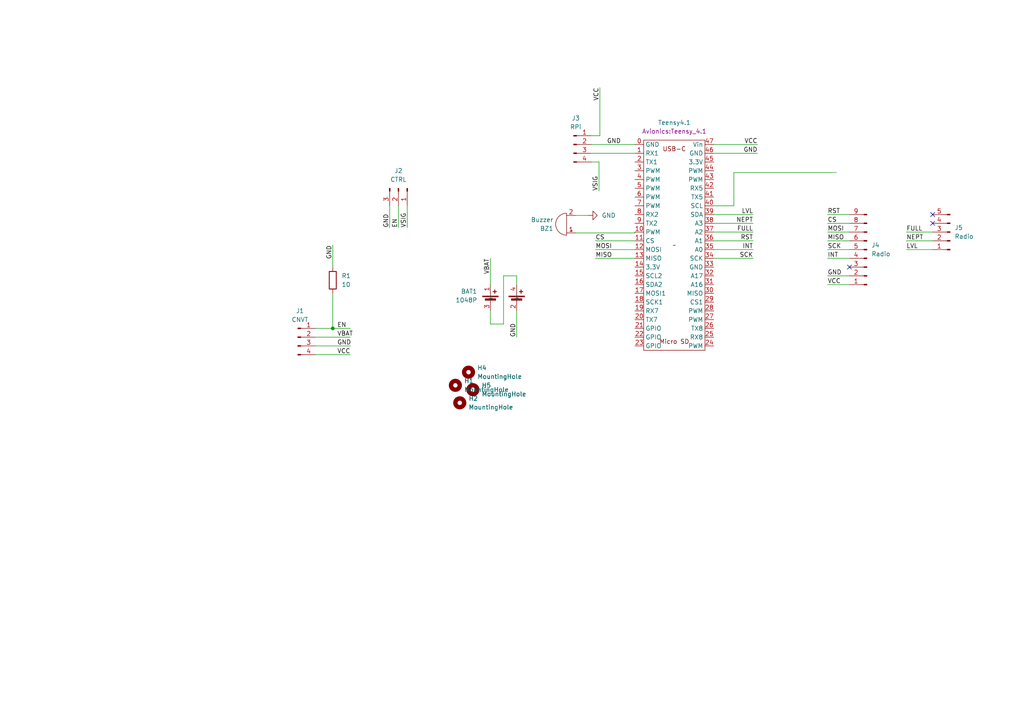
<source format=kicad_sch>
(kicad_sch (version 20230121) (generator eeschema)
  (paper "A4")
  (lib_symbols
    (symbol "Avionics:1048P"
      (property "Reference" "BAT" (at 0 0 0))
      (property "Value" "1048P" (at 0 3.81 0))
      (symbol "1048P_0_1"
        (rectangle (start -6.096 0.508) (end -1.524 0.254) (fill (type outline)))
        (rectangle (start -5.334 -0.254) (end -2.286 -0.762) (fill (type outline)))
        (polyline (pts (xy -3.81 -0.508) (xy -3.81 -1.27)))
        (polyline (pts (xy -3.81 0.508) (xy -3.81 1.27)))
        (polyline (pts (xy -3.048 1.778) (xy -2.032 1.778)) (stroke (width 0.254)))
        (polyline (pts (xy -2.54 2.286) (xy -2.54 1.27)) (stroke (width 0.254)))
        (polyline (pts (xy 3.81 -0.508) (xy 3.81 -1.27)))
        (polyline (pts (xy 3.81 0.508) (xy 3.81 1.27)))
        (polyline (pts (xy 4.572 1.778) (xy 5.588 1.778)) (stroke (width 0.254)))
        (polyline (pts (xy 5.08 2.286) (xy 5.08 1.27)) (stroke (width 0.254)))
        (rectangle (start 1.524 0.508) (end 6.096 0.254) (fill (type outline)))
        (rectangle (start 2.286 -0.254) (end 5.334 -0.762) (fill (type outline)))
      )
      (symbol "1048P_1_1"
        (pin passive line (at -3.81 3.81 270) (length 2.54) (name "+") (number "1"))
        (pin passive line (at 3.81 -3.81 90) (length 2.54) (name "-") (number "2"))
        (pin passive line (at -3.81 -3.81 90) (length 2.54) (name "-") (number "3"))
        (pin passive line (at 3.81 3.81 270) (length 2.54) (name "+") (number "4"))
      )
    )
    (symbol "Breakout Boards:Teensy_4.1"
      (property "Reference" "Teensy4.1" (at 0 0 90))
      (property "Footprint" "Breakout Boards:Teensy_4.1" (at 0 0 0))
      (symbol "Teensy_4.1_0_1"
        (rectangle (start -8.89 30.48) (end 8.89 -30.48))
      )
      (symbol "Teensy_4.1_1_1"
        (text "Micro SD" (at 0 -27.94 0) (effects (font (size 1.27 1.27))))
        (text "USB-C" (at 0 27.94 0) (effects (font (size 1.27 1.27))))
        (pin input line (at -11.43 29.21 0) (length 2.54) (name "GND") (number "0"))
        (pin input line (at -11.43 26.67 0) (length 2.54) (name "RX1") (number "1"))
        (pin input line (at -11.43 3.81 0) (length 2.54) (name "PWM") (number "10"))
        (pin input line (at -11.43 1.27 0) (length 2.54) (name "CS") (number "11"))
        (pin input line (at -11.43 -1.27 0) (length 2.54) (name "MOSI") (number "12"))
        (pin input line (at -11.43 -3.81 0) (length 2.54) (name "MISO") (number "13"))
        (pin input line (at -11.43 -6.35 0) (length 2.54) (name "3.3V") (number "14"))
        (pin input line (at -11.43 -8.89 0) (length 2.54) (name "SCL2") (number "15"))
        (pin input line (at -11.43 -11.43 0) (length 2.54) (name "SDA2") (number "16"))
        (pin input line (at -11.43 -13.97 0) (length 2.54) (name "MOSI1") (number "17"))
        (pin input line (at -11.43 -16.51 0) (length 2.54) (name "SCK1") (number "18"))
        (pin input line (at -11.43 -19.05 0) (length 2.54) (name "RX7") (number "19"))
        (pin input line (at -11.43 24.13 0) (length 2.54) (name "TX1") (number "2"))
        (pin input line (at -11.43 -21.59 0) (length 2.54) (name "TX7") (number "20"))
        (pin input line (at -11.43 -24.13 0) (length 2.54) (name "GPIO") (number "21"))
        (pin input line (at -11.43 -26.67 0) (length 2.54) (name "GPIO") (number "22"))
        (pin input line (at -11.43 -29.21 0) (length 2.54) (name "GPIO") (number "23"))
        (pin input line (at 11.43 -29.21 180) (length 2.54) (name "PWM") (number "24"))
        (pin input line (at 11.43 -26.67 180) (length 2.54) (name "RX8") (number "25"))
        (pin input line (at 11.43 -24.13 180) (length 2.54) (name "TX8") (number "26"))
        (pin input line (at 11.43 -21.59 180) (length 2.54) (name "PWM") (number "27"))
        (pin input line (at 11.43 -19.05 180) (length 2.54) (name "PWM") (number "28"))
        (pin input line (at 11.43 -16.51 180) (length 2.54) (name "CS1") (number "29"))
        (pin input line (at -11.43 21.59 0) (length 2.54) (name "PWM") (number "3"))
        (pin input line (at 11.43 -13.97 180) (length 2.54) (name "MISO") (number "30"))
        (pin input line (at 11.43 -11.43 180) (length 2.54) (name "A16") (number "31"))
        (pin input line (at 11.43 -8.89 180) (length 2.54) (name "A17") (number "32"))
        (pin input line (at 11.43 -6.35 180) (length 2.54) (name "GND") (number "33"))
        (pin input line (at 11.43 -3.81 180) (length 2.54) (name "SCK") (number "34"))
        (pin input line (at 11.43 -1.27 180) (length 2.54) (name "A0") (number "35"))
        (pin input line (at 11.43 1.27 180) (length 2.54) (name "A1") (number "36"))
        (pin input line (at 11.43 3.81 180) (length 2.54) (name "A2") (number "37"))
        (pin input line (at 11.43 6.35 180) (length 2.54) (name "A3") (number "38"))
        (pin input line (at 11.43 8.89 180) (length 2.54) (name "SDA") (number "39"))
        (pin input line (at -11.43 19.05 0) (length 2.54) (name "PWM") (number "4"))
        (pin input line (at 11.43 11.43 180) (length 2.54) (name "SCL") (number "40"))
        (pin input line (at 11.43 13.97 180) (length 2.54) (name "TX5") (number "41"))
        (pin input line (at 11.43 16.51 180) (length 2.54) (name "RX5") (number "42"))
        (pin input line (at 11.43 19.05 180) (length 2.54) (name "PWM") (number "43"))
        (pin input line (at 11.43 21.59 180) (length 2.54) (name "PWM") (number "44"))
        (pin input line (at 11.43 24.13 180) (length 2.54) (name "3.3V") (number "45"))
        (pin input line (at 11.43 26.67 180) (length 2.54) (name "GND") (number "46"))
        (pin input line (at 11.43 29.21 180) (length 2.54) (name "Vin") (number "47"))
        (pin input line (at -11.43 16.51 0) (length 2.54) (name "PWM") (number "5"))
        (pin input line (at -11.43 13.97 0) (length 2.54) (name "PWM") (number "6"))
        (pin input line (at -11.43 11.43 0) (length 2.54) (name "PWM") (number "7"))
        (pin input line (at -11.43 8.89 0) (length 2.54) (name "RX2") (number "8"))
        (pin input line (at -11.43 6.35 0) (length 2.54) (name "TX2") (number "9"))
      )
    )
    (symbol "Connector:Conn_01x03_Pin" (pin_names (offset 1.016) hide)
      (property "Reference" "J" (at 0 5.08 0))
      (property "Value" "Conn_01x03_Pin" (at 0 -5.08 0))
      (symbol "Conn_01x03_Pin_1_1"
        (polyline (pts (xy 1.27 -2.54) (xy 0.8636 -2.54)) (stroke (width 0.1524)))
        (polyline (pts (xy 1.27 0) (xy 0.8636 0)) (stroke (width 0.1524)))
        (polyline (pts (xy 1.27 2.54) (xy 0.8636 2.54)) (stroke (width 0.1524)))
        (rectangle (start 0.8636 -2.413) (end 0 -2.667) (stroke (width 0.1524)) (fill (type outline)))
        (rectangle (start 0.8636 0.127) (end 0 -0.127) (stroke (width 0.1524)) (fill (type outline)))
        (rectangle (start 0.8636 2.667) (end 0 2.413) (stroke (width 0.1524)) (fill (type outline)))
        (pin passive line (at 5.08 2.54 180) (length 3.81) (name "Pin_1") (number "1"))
        (pin passive line (at 5.08 0 180) (length 3.81) (name "Pin_2") (number "2"))
        (pin passive line (at 5.08 -2.54 180) (length 3.81) (name "Pin_3") (number "3"))
      )
    )
    (symbol "Connector:Conn_01x04_Pin" (pin_names (offset 1.016) hide)
      (property "Reference" "J" (at 0 5.08 0))
      (property "Value" "Conn_01x04_Pin" (at 0 -7.62 0))
      (symbol "Conn_01x04_Pin_1_1"
        (polyline (pts (xy 1.27 -5.08) (xy 0.8636 -5.08)) (stroke (width 0.1524)))
        (polyline (pts (xy 1.27 -2.54) (xy 0.8636 -2.54)) (stroke (width 0.1524)))
        (polyline (pts (xy 1.27 0) (xy 0.8636 0)) (stroke (width 0.1524)))
        (polyline (pts (xy 1.27 2.54) (xy 0.8636 2.54)) (stroke (width 0.1524)))
        (rectangle (start 0.8636 -4.953) (end 0 -5.207) (stroke (width 0.1524)) (fill (type outline)))
        (rectangle (start 0.8636 -2.413) (end 0 -2.667) (stroke (width 0.1524)) (fill (type outline)))
        (rectangle (start 0.8636 0.127) (end 0 -0.127) (stroke (width 0.1524)) (fill (type outline)))
        (rectangle (start 0.8636 2.667) (end 0 2.413) (stroke (width 0.1524)) (fill (type outline)))
        (pin passive line (at 5.08 2.54 180) (length 3.81) (name "Pin_1") (number "1"))
        (pin passive line (at 5.08 0 180) (length 3.81) (name "Pin_2") (number "2"))
        (pin passive line (at 5.08 -2.54 180) (length 3.81) (name "Pin_3") (number "3"))
        (pin passive line (at 5.08 -5.08 180) (length 3.81) (name "Pin_4") (number "4"))
      )
    )
    (symbol "Connector:Conn_01x05_Pin" (pin_names (offset 1.016) hide)
      (property "Reference" "J" (at 0 7.62 0))
      (property "Value" "Conn_01x05_Pin" (at 0 -7.62 0))
      (symbol "Conn_01x05_Pin_1_1"
        (polyline (pts (xy 1.27 -5.08) (xy 0.8636 -5.08)) (stroke (width 0.1524)))
        (polyline (pts (xy 1.27 -2.54) (xy 0.8636 -2.54)) (stroke (width 0.1524)))
        (polyline (pts (xy 1.27 0) (xy 0.8636 0)) (stroke (width 0.1524)))
        (polyline (pts (xy 1.27 2.54) (xy 0.8636 2.54)) (stroke (width 0.1524)))
        (polyline (pts (xy 1.27 5.08) (xy 0.8636 5.08)) (stroke (width 0.1524)))
        (rectangle (start 0.8636 -4.953) (end 0 -5.207) (stroke (width 0.1524)) (fill (type outline)))
        (rectangle (start 0.8636 -2.413) (end 0 -2.667) (stroke (width 0.1524)) (fill (type outline)))
        (rectangle (start 0.8636 0.127) (end 0 -0.127) (stroke (width 0.1524)) (fill (type outline)))
        (rectangle (start 0.8636 2.667) (end 0 2.413) (stroke (width 0.1524)) (fill (type outline)))
        (rectangle (start 0.8636 5.207) (end 0 4.953) (stroke (width 0.1524)) (fill (type outline)))
        (pin passive line (at 5.08 5.08 180) (length 3.81) (name "Pin_1") (number "1"))
        (pin passive line (at 5.08 2.54 180) (length 3.81) (name "Pin_2") (number "2"))
        (pin passive line (at 5.08 0 180) (length 3.81) (name "Pin_3") (number "3"))
        (pin passive line (at 5.08 -2.54 180) (length 3.81) (name "Pin_4") (number "4"))
        (pin passive line (at 5.08 -5.08 180) (length 3.81) (name "Pin_5") (number "5"))
      )
    )
    (symbol "Connector:Conn_01x09_Pin" (pin_names (offset 1.016) hide)
      (property "Reference" "J" (at 0 12.7 0))
      (property "Value" "Conn_01x09_Pin" (at 0 -12.7 0))
      (symbol "Conn_01x09_Pin_1_1"
        (polyline (pts (xy 1.27 -10.16) (xy 0.8636 -10.16)) (stroke (width 0.1524)))
        (polyline (pts (xy 1.27 -7.62) (xy 0.8636 -7.62)) (stroke (width 0.1524)))
        (polyline (pts (xy 1.27 -5.08) (xy 0.8636 -5.08)) (stroke (width 0.1524)))
        (polyline (pts (xy 1.27 -2.54) (xy 0.8636 -2.54)) (stroke (width 0.1524)))
        (polyline (pts (xy 1.27 0) (xy 0.8636 0)) (stroke (width 0.1524)))
        (polyline (pts (xy 1.27 2.54) (xy 0.8636 2.54)) (stroke (width 0.1524)))
        (polyline (pts (xy 1.27 5.08) (xy 0.8636 5.08)) (stroke (width 0.1524)))
        (polyline (pts (xy 1.27 7.62) (xy 0.8636 7.62)) (stroke (width 0.1524)))
        (polyline (pts (xy 1.27 10.16) (xy 0.8636 10.16)) (stroke (width 0.1524)))
        (rectangle (start 0.8636 -10.033) (end 0 -10.287) (stroke (width 0.1524)) (fill (type outline)))
        (rectangle (start 0.8636 -7.493) (end 0 -7.747) (stroke (width 0.1524)) (fill (type outline)))
        (rectangle (start 0.8636 -4.953) (end 0 -5.207) (stroke (width 0.1524)) (fill (type outline)))
        (rectangle (start 0.8636 -2.413) (end 0 -2.667) (stroke (width 0.1524)) (fill (type outline)))
        (rectangle (start 0.8636 0.127) (end 0 -0.127) (stroke (width 0.1524)) (fill (type outline)))
        (rectangle (start 0.8636 2.667) (end 0 2.413) (stroke (width 0.1524)) (fill (type outline)))
        (rectangle (start 0.8636 5.207) (end 0 4.953) (stroke (width 0.1524)) (fill (type outline)))
        (rectangle (start 0.8636 7.747) (end 0 7.493) (stroke (width 0.1524)) (fill (type outline)))
        (rectangle (start 0.8636 10.287) (end 0 10.033) (stroke (width 0.1524)) (fill (type outline)))
        (pin passive line (at 5.08 10.16 180) (length 3.81) (name "Pin_1") (number "1"))
        (pin passive line (at 5.08 7.62 180) (length 3.81) (name "Pin_2") (number "2"))
        (pin passive line (at 5.08 5.08 180) (length 3.81) (name "Pin_3") (number "3"))
        (pin passive line (at 5.08 2.54 180) (length 3.81) (name "Pin_4") (number "4"))
        (pin passive line (at 5.08 0 180) (length 3.81) (name "Pin_5") (number "5"))
        (pin passive line (at 5.08 -2.54 180) (length 3.81) (name "Pin_6") (number "6"))
        (pin passive line (at 5.08 -5.08 180) (length 3.81) (name "Pin_7") (number "7"))
        (pin passive line (at 5.08 -7.62 180) (length 3.81) (name "Pin_8") (number "8"))
        (pin passive line (at 5.08 -10.16 180) (length 3.81) (name "Pin_9") (number "9"))
      )
    )
    (symbol "Device:Buzzer" (pin_names (offset 0.0254) hide)
      (property "Reference" "BZ" (at 3.81 1.27 0))
      (property "Value" "Buzzer" (at 3.81 -1.27 0))
      (symbol "Buzzer_0_1"
        (arc (start 0 -3.175) (mid 3.1612 0) (end 0 3.175))
        (polyline (pts (xy -1.651 1.905) (xy -1.143 1.905)))
        (polyline (pts (xy -1.397 2.159) (xy -1.397 1.651)))
        (polyline (pts (xy 0 3.175) (xy 0 -3.175)))
      )
      (symbol "Buzzer_1_1"
        (pin passive line (at -2.54 2.54 0) (length 2.54) (name "-") (number "1"))
        (pin passive line (at -2.54 -2.54 0) (length 2.54) (name "+") (number "2"))
      )
    )
    (symbol "Device:R" (pin_numbers hide) (pin_names (offset 0))
      (property "Reference" "R" (at 2.032 0 90))
      (property "Value" "R" (at 0 0 90))
      (symbol "R_0_1"
        (rectangle (start -1.016 -2.54) (end 1.016 2.54) (stroke (width 0.254)))
      )
      (symbol "R_1_1"
        (pin passive line (at 0 3.81 270) (length 1.27) (name "~") (number "1"))
        (pin passive line (at 0 -3.81 90) (length 1.27) (name "~") (number "2"))
      )
    )
    (symbol "Mechanical:MountingHole" (pin_names (offset 1.016))
      (property "Reference" "H" (at 0 5.08 0))
      (property "Value" "MountingHole" (at 0 3.175 0))
      (symbol "MountingHole_0_1"
        (circle (center 0 0) (radius 1.27) (stroke (width 1.27)))
      )
    )
    (symbol "power:GND" (power) (pin_names (offset 0))
      (property "Value" "GND" (at 0 -3.81 0))
      (symbol "GND_0_1"
        (polyline (pts (xy 0 0) (xy 0 -1.27) (xy 1.27 -1.27) (xy 0 -2.54) (xy -1.27 -1.27) (xy 0 -1.27)))
      )
      (symbol "GND_1_1"
        (pin power_in line (at 0 0 270) (length 0) hide (name "GND") (number "1"))
      )
    )
  )
  (junction (at 96.52 95.25))
  (no_connect (at 270.51 64.77))
  (no_connect (at 270.51 62.23))
  (no_connect (at 246.38 77.47))
  (wire (pts (xy 170.688 62.484) (xy 166.878 62.484)))
  (wire (pts (xy 113.03 59.69) (xy 113.03 66.04)))
  (wire (pts (xy 173.99 25.4) (xy 173.99 39.37)))
  (wire (pts (xy 115.57 59.69) (xy 115.57 66.04)))
  (wire (pts (xy 240.03 64.77) (xy 246.38 64.77)))
  (wire (pts (xy 240.03 80.01) (xy 246.38 80.01)))
  (wire (pts (xy 207.01 72.39) (xy 218.44 72.39)))
  (wire (pts (xy 240.03 69.85) (xy 246.38 69.85)))
  (wire (pts (xy 91.44 102.87) (xy 101.6 102.87)))
  (wire (pts (xy 212.852 50.038) (xy 242.57 50.038)))
  (wire (pts (xy 207.01 41.91) (xy 219.71 41.91)))
  (wire (pts (xy 118.11 59.69) (xy 118.11 66.04)))
  (wire (pts (xy 207.01 59.69) (xy 212.852 59.69)))
  (wire (pts (xy 207.01 69.85) (xy 218.44 69.85)))
  (wire (pts (xy 91.44 100.33) (xy 101.6 100.33)))
  (wire (pts (xy 172.72 69.85) (xy 184.15 69.85)))
  (wire (pts (xy 171.45 39.37) (xy 173.99 39.37)))
  (wire (pts (xy 171.45 46.99) (xy 173.736 46.99)))
  (wire (pts (xy 207.01 44.45) (xy 219.71 44.45)))
  (wire (pts (xy 172.72 74.93) (xy 184.15 74.93)))
  (wire (pts (xy 207.01 62.23) (xy 218.44 62.23)))
  (wire (pts (xy 96.52 85.09) (xy 96.52 95.25)))
  (wire (pts (xy 240.03 74.93) (xy 246.38 74.93)))
  (wire (pts (xy 207.01 67.31) (xy 218.44 67.31)))
  (wire (pts (xy 146.05 93.98) (xy 142.24 93.98)))
  (wire (pts (xy 142.24 74.93) (xy 142.24 82.55)))
  (wire (pts (xy 262.89 67.31) (xy 270.51 67.31)))
  (wire (pts (xy 240.03 62.23) (xy 246.38 62.23)))
  (wire (pts (xy 173.736 46.99) (xy 173.736 55.372)))
  (wire (pts (xy 240.03 82.55) (xy 246.38 82.55)))
  (wire (pts (xy 262.89 72.39) (xy 270.51 72.39)))
  (wire (pts (xy 96.52 95.25) (xy 101.6 95.25)))
  (wire (pts (xy 91.44 97.79) (xy 101.6 97.79)))
  (wire (pts (xy 240.03 67.31) (xy 246.38 67.31)))
  (wire (pts (xy 171.45 41.91) (xy 184.15 41.91)))
  (wire (pts (xy 172.72 72.39) (xy 184.15 72.39)))
  (wire (pts (xy 96.52 71.12) (xy 96.52 77.47)))
  (wire (pts (xy 207.01 74.93) (xy 218.44 74.93)))
  (wire (pts (xy 146.05 80.01) (xy 146.05 93.98)))
  (wire (pts (xy 166.878 67.564) (xy 184.15 67.564)))
  (wire (pts (xy 262.89 69.85) (xy 270.51 69.85)))
  (wire (pts (xy 149.86 80.01) (xy 146.05 80.01)))
  (wire (pts (xy 142.24 93.98) (xy 142.24 90.17)))
  (wire (pts (xy 207.01 64.77) (xy 218.44 64.77)))
  (wire (pts (xy 171.45 44.45) (xy 184.15 44.45)))
  (wire (pts (xy 212.852 59.69) (xy 212.852 50.038)))
  (wire (pts (xy 149.86 82.55) (xy 149.86 80.01)))
  (wire (pts (xy 240.03 72.39) (xy 246.38 72.39)))
  (wire (pts (xy 91.44 95.25) (xy 96.52 95.25)))
  (wire (pts (xy 184.15 67.564) (xy 184.15 67.31)))
  (wire (pts (xy 149.86 90.17) (xy 149.86 97.79)))
  (label "MISO" (at 172.72 74.93 0))
  (label "GND" (at 219.71 44.45 180))
  (label "EN" (at 115.57 66.04 90))
  (label "GND" (at 97.79 100.33 0))
  (label "GND" (at 240.03 80.01 0))
  (label "SCK" (at 240.03 72.39 0))
  (label "GND" (at 176.022 41.91 0))
  (label "RST" (at 240.03 62.23 0))
  (label "RST" (at 218.44 69.85 180))
  (label "LVL" (at 262.89 72.39 0))
  (label "MOSI" (at 172.72 72.39 0))
  (label "LVL" (at 218.44 62.23 180))
  (label "MISO" (at 240.03 69.85 0))
  (label "INT" (at 240.03 74.93 0))
  (label "FULL" (at 262.89 67.31 0))
  (label "VBAT" (at 97.79 97.79 0))
  (label "NEPT" (at 218.44 64.77 180))
  (label "FULL" (at 218.44 67.31 180))
  (label "VCC" (at 240.03 82.55 0))
  (label "VSIG" (at 173.736 55.372 90))
  (label "INT" (at 218.44 72.39 180))
  (label "VSIG" (at 118.11 66.04 90))
  (label "VCC" (at 97.79 102.87 0))
  (label "VCC" (at 219.71 41.91 180))
  (label "SCK" (at 218.44 74.93 180))
  (label "VBAT" (at 142.24 74.93 270))
  (label "MOSI" (at 240.03 67.31 0))
  (label "GND" (at 149.86 97.79 90))
  (label "CS" (at 240.03 64.77 0))
  (label "GND" (at 113.03 66.04 90))
  (label "NEPT" (at 262.89 69.85 0))
  (label "VCC" (at 173.99 25.4 270))
  (label "EN" (at 97.79 95.25 0))
  (label "GND" (at 96.52 71.12 270))
  (label "CS" (at 172.72 69.85 0))
  (symbol (lib_id "Device:R") (at 96.52 81.28 0) (unit 1)
    (property "Reference" "R1" (at 99.06 80.01 0) (effects (justify left)))
    (property "Value" "10" (at 99.06 82.55 0) (effects (justify left)))
    (property "Footprint" "Resistor_SMD:R_0805_2012Metric" (effects hide))
  )
  (symbol (lib_id "Connector:Conn_01x04_Pin") (at 166.37 41.91 0) (unit 1)
    (property "Reference" "J3" (at 167.005 34.29 0))
    (property "Value" "RPi" (at 167.005 36.83 0))
    (property "Footprint" "Connector_PinHeader_2.54mm:PinHeader_1x04_P2.54mm_Vertical" (effects hide))
  )
  (symbol (lib_id "Avionics:1048P") (at 146.05 86.36 0) (unit 1)
    (property "Reference" "BAT1" (at 138.43 84.5185 0) (effects (justify right)))
    (property "Value" "1048P" (at 138.43 87.0585 0) (effects (justify right)))
    (property "Footprint" "Avionics:1048P_KEY" (effects hide))
  )
  (symbol (lib_id "power:GND") (at 170.688 62.484 90) (unit 1)
    (property "Reference" "#PWR01" (effects hide))
    (property "Value" "GND" (at 174.498 62.484 90) (effects (justify right)))
  )
  (symbol (lib_id "Connector:Conn_01x03_Pin") (at 115.57 54.61 270) (unit 1)
    (property "Reference" "J2" (at 115.57 49.53 90))
    (property "Value" "CTRL" (at 115.57 52.07 90))
    (property "Footprint" "Connector_JST:JST_XH_B3B-XH-A_1x03_P2.50mm_Vertical" (effects hide))
  )
  (symbol (lib_id "Mechanical:MountingHole") (at 133.35 116.84 0) (unit 1)
    (property "Reference" "H2" (at 135.89 115.57 0) (effects (justify left)))
    (property "Value" "MountingHole" (at 135.89 118.11 0) (effects (justify left)))
    (property "Footprint" "MountingHole:MountingHole_2.2mm_M2" (effects hide))
  )
  (symbol (lib_id "Connector:Conn_01x04_Pin") (at 86.36 97.79 0) (unit 1)
    (property "Reference" "J1" (at 86.995 90.17 0))
    (property "Value" "CNVT" (at 86.995 92.71 0))
    (property "Footprint" "Connector_PinHeader_2.54mm:PinHeader_1x04_P2.54mm_Vertical" (effects hide))
  )
  (symbol (lib_id "Mechanical:MountingHole") (at 135.89 107.95 0) (unit 1)
    (property "Reference" "H4" (at 138.43 106.68 0) (effects (justify left)))
    (property "Value" "MountingHole" (at 138.43 109.22 0) (effects (justify left)))
    (property "Footprint" "MountingHole:MountingHole_2.2mm_M2" (effects hide))
  )
  (symbol (lib_id "Mechanical:MountingHole") (at 132.08 111.76 0) (unit 1)
    (property "Reference" "H1" (at 134.62 110.49 0) (effects (justify left)))
    (property "Value" "MountingHole" (at 134.62 113.03 0) (effects (justify left)))
    (property "Footprint" "MountingHole:MountingHole_2.2mm_M2" (effects hide))
  )
  (symbol (lib_id "Connector:Conn_01x09_Pin") (at 251.46 72.39 180) (unit 1)
    (property "Reference" "J4" (at 252.73 71.12 0) (effects (justify right)))
    (property "Value" "Radio" (at 252.73 73.66 0) (effects (justify right)))
    (property "Footprint" "Connector_PinSocket_2.54mm:PinSocket_1x09_P2.54mm_Vertical" (effects hide))
  )
  (symbol (lib_id "Mechanical:MountingHole") (at 137.16 113.03 0) (unit 1)
    (property "Reference" "H5" (at 139.7 111.76 0) (effects (justify left)))
    (property "Value" "MountingHole" (at 139.7 114.3 0) (effects (justify left)))
    (property "Footprint" "MountingHole:MountingHole_2.2mm_M2" (effects hide))
  )
  (symbol (lib_id "Connector:Conn_01x05_Pin") (at 275.59 67.31 180) (unit 1)
    (property "Reference" "J5" (at 276.86 66.04 0) (effects (justify right)))
    (property "Value" "Radio" (at 276.86 68.58 0) (effects (justify right)))
    (property "Footprint" "Connector_PinSocket_2.54mm:PinSocket_1x05_P2.54mm_Vertical" (effects hide))
  )
  (symbol (lib_id "Breakout Boards:Teensy_4.1") (at 195.58 71.12 0) (unit 1)
    (property "Reference" "Teensy4.1" (at 195.58 35.56 0))
    (property "Value" "~" (at 195.58 71.12 0))
    (property "Footprint" "Avionics:Teensy_4.1" (at 195.58 38.1 0))
  )
  (symbol (lib_id "Device:Buzzer") (at 164.338 65.024 180) (unit 1)
    (property "Reference" "BZ1" (at 160.528 66.294 0) (effects (justify left)))
    (property "Value" "Buzzer" (at 160.528 63.754 0) (effects (justify left)))
    (property "Footprint" "Avionics:Adafruit_5V_Buzzer" (effects hide))
  )
)
</source>
